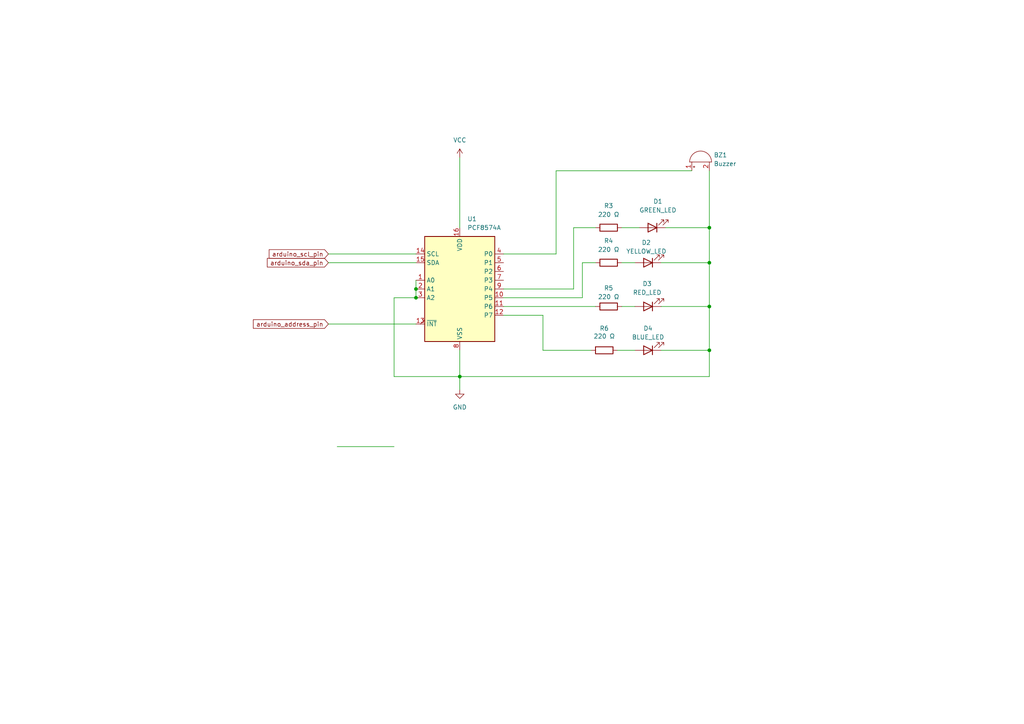
<source format=kicad_sch>
(kicad_sch (version 20231120) (generator "eeschema") (generator_version "8.0")
  (paper "A4")
  (lib_symbols
    (symbol "Device:Buzzer" (pin_names (offset 0.0254) hide)
      (property "Reference" "BZ" (at 3.81 1.27 0))
      (property "Value" "Buzzer" (at 3.81 -1.27 0))
      (symbol "Buzzer_0_1"
        (arc (start 0 -3.175) (mid 3.1612 0) (end 0 3.175))
        (polyline (pts (xy -1.651 1.905) (xy -1.143 1.905)))
        (polyline (pts (xy -1.397 2.159) (xy -1.397 1.651)))
        (polyline (pts (xy 0 3.175) (xy 0 -3.175)))
      )
      (symbol "Buzzer_1_1"
        (pin passive line (at -2.54 2.54 0) (length 2.54) (name "+") (number "1"))
        (pin passive line (at -2.54 -2.54 0) (length 2.54) (name "-") (number "2"))
      )
    )
    (symbol "Device:LED" (pin_numbers hide) (pin_names (offset 1.016) hide)
      (property "Reference" "D" (at 0 2.54 0))
      (property "Value" "LED" (at 0 -2.54 0))
      (symbol "LED_0_1"
        (polyline (pts (xy -1.27 -1.27) (xy -1.27 1.27)) (stroke (width 0.254)))
        (polyline (pts (xy -1.27 0) (xy 1.27 0)))
        (polyline (pts (xy 1.27 -1.27) (xy 1.27 1.27) (xy -1.27 0) (xy 1.27 -1.27)) (stroke (width 0.254)))
        (polyline (pts (xy -3.048 -0.762) (xy -4.572 -2.286) (xy -3.81 -2.286) (xy -4.572 -2.286) (xy -4.572 -1.524)))
        (polyline (pts (xy -1.778 -0.762) (xy -3.302 -2.286) (xy -2.54 -2.286) (xy -3.302 -2.286) (xy -3.302 -1.524)))
      )
      (symbol "LED_1_1"
        (pin passive line (at -3.81 0 0) (length 2.54) (name "K") (number "1"))
        (pin passive line (at 3.81 0 180) (length 2.54) (name "A") (number "2"))
      )
    )
    (symbol "Device:R" (pin_numbers hide) (pin_names (offset 0))
      (property "Reference" "R" (at 2.032 0 90))
      (property "Value" "R" (at 0 0 90))
      (symbol "R_0_1"
        (rectangle (start -1.016 -2.54) (end 1.016 2.54) (stroke (width 0.254)))
      )
      (symbol "R_1_1"
        (pin passive line (at 0 3.81 270) (length 1.27) (name "~") (number "1"))
        (pin passive line (at 0 -3.81 90) (length 1.27) (name "~") (number "2"))
      )
    )
    (symbol "Interface_Expansion:PCF8574"
      (property "Reference" "U" (at -8.89 16.51 0))
      (property "Value" "PCF8574" (at 2.54 16.51 0))
      (symbol "PCF8574_0_1"
        (rectangle (start -10.16 15.24) (end 10.16 -15.24) (stroke (width 0.254)) (fill (type background)))
      )
      (symbol "PCF8574_1_1"
        (pin input line (at -12.7 2.54 0) (length 2.54) (name "A0") (number "1"))
        (pin bidirectional line (at 12.7 -2.54 180) (length 2.54) (name "P5") (number "10"))
        (pin bidirectional line (at 12.7 -5.08 180) (length 2.54) (name "P6") (number "11"))
        (pin bidirectional line (at 12.7 -7.62 180) (length 2.54) (name "P7") (number "12"))
        (pin open_collector output_low (at -12.7 -10.16 0) (length 2.54) (name "~{INT}") (number "13"))
        (pin input line (at -12.7 10.16 0) (length 2.54) (name "SCL") (number "14"))
        (pin bidirectional line (at -12.7 7.62 0) (length 2.54) (name "SDA") (number "15"))
        (pin power_in line (at 0 17.78 270) (length 2.54) (name "VDD") (number "16"))
        (pin input line (at -12.7 0 0) (length 2.54) (name "A1") (number "2"))
        (pin input line (at -12.7 -2.54 0) (length 2.54) (name "A2") (number "3"))
        (pin bidirectional line (at 12.7 10.16 180) (length 2.54) (name "P0") (number "4"))
        (pin bidirectional line (at 12.7 7.62 180) (length 2.54) (name "P1") (number "5"))
        (pin bidirectional line (at 12.7 5.08 180) (length 2.54) (name "P2") (number "6"))
        (pin bidirectional line (at 12.7 2.54 180) (length 2.54) (name "P3") (number "7"))
        (pin power_in line (at 0 -17.78 90) (length 2.54) (name "VSS") (number "8"))
        (pin bidirectional line (at 12.7 0 180) (length 2.54) (name "P4") (number "9"))
      )
    )
    (symbol "power:GND" (power) (pin_numbers hide) (pin_names (offset 0) hide)
      (property "Value" "GND" (at 0 -3.81 0))
      (symbol "GND_0_1"
        (polyline (pts (xy 0 0) (xy 0 -1.27) (xy 1.27 -1.27) (xy 0 -2.54) (xy -1.27 -1.27) (xy 0 -1.27)))
      )
      (symbol "GND_1_1"
        (pin power_in line (at 0 0 270) (length 0) (name "~") (number "1"))
      )
    )
    (symbol "power:VCC" (power) (pin_numbers hide) (pin_names (offset 0) hide)
      (property "Value" "VCC" (at 0 3.556 0))
      (symbol "VCC_0_1"
        (polyline (pts (xy -0.762 1.27) (xy 0 2.54)))
        (polyline (pts (xy 0 0) (xy 0 2.54)))
        (polyline (pts (xy 0 2.54) (xy 0.762 1.27)))
      )
      (symbol "VCC_1_1"
        (pin power_in line (at 0 0 90) (length 0) (name "~") (number "1"))
      )
    )
  )
  (junction (at 120.65 83.82))
  (junction (at 120.65 86.36))
  (junction (at 205.74 88.9))
  (junction (at 205.74 76.2))
  (junction (at 205.74 66.04))
  (junction (at 133.35 109.22))
  (junction (at 205.74 101.6))
  (wire (pts (xy 205.74 109.22) (xy 133.35 109.22)))
  (wire (pts (xy 180.34 88.9) (xy 184.15 88.9)))
  (wire (pts (xy 97.79 129.54) (xy 114.3 129.54)))
  (wire (pts (xy 205.74 101.6) (xy 205.74 109.22)))
  (wire (pts (xy 193.04 66.04) (xy 205.74 66.04)))
  (wire (pts (xy 146.05 83.82) (xy 166.37 83.82)))
  (wire (pts (xy 95.25 93.98) (xy 120.65 93.98)))
  (wire (pts (xy 120.65 81.28) (xy 120.65 83.82)))
  (wire (pts (xy 161.29 73.66) (xy 146.05 73.66)))
  (wire (pts (xy 95.25 73.66) (xy 120.65 73.66)))
  (wire (pts (xy 95.25 76.2) (xy 120.65 76.2)))
  (wire (pts (xy 180.34 66.04) (xy 185.42 66.04)))
  (wire (pts (xy 180.34 76.2) (xy 184.15 76.2)))
  (wire (pts (xy 205.74 66.04) (xy 205.74 76.2)))
  (wire (pts (xy 166.37 66.04) (xy 172.72 66.04)))
  (wire (pts (xy 120.65 83.82) (xy 120.65 86.36)))
  (wire (pts (xy 133.35 101.6) (xy 133.35 109.22)))
  (wire (pts (xy 157.48 91.44) (xy 146.05 91.44)))
  (wire (pts (xy 157.48 101.6) (xy 171.45 101.6)))
  (wire (pts (xy 168.91 76.2) (xy 168.91 86.36)))
  (wire (pts (xy 114.3 109.22) (xy 133.35 109.22)))
  (wire (pts (xy 146.05 88.9) (xy 172.72 88.9)))
  (wire (pts (xy 133.35 45.72) (xy 133.35 66.04)))
  (wire (pts (xy 166.37 66.04) (xy 166.37 83.82)))
  (wire (pts (xy 161.29 49.53) (xy 161.29 73.66)))
  (wire (pts (xy 114.3 86.36) (xy 114.3 109.22)))
  (wire (pts (xy 114.3 86.36) (xy 120.65 86.36)))
  (wire (pts (xy 200.66 49.53) (xy 161.29 49.53)))
  (wire (pts (xy 205.74 49.53) (xy 205.74 66.04)))
  (wire (pts (xy 205.74 101.6) (xy 191.77 101.6)))
  (wire (pts (xy 168.91 76.2) (xy 172.72 76.2)))
  (wire (pts (xy 133.35 109.22) (xy 133.35 113.03)))
  (wire (pts (xy 191.77 88.9) (xy 205.74 88.9)))
  (wire (pts (xy 205.74 88.9) (xy 205.74 101.6)))
  (wire (pts (xy 168.91 86.36) (xy 146.05 86.36)))
  (wire (pts (xy 205.74 76.2) (xy 205.74 88.9)))
  (wire (pts (xy 179.07 101.6) (xy 184.15 101.6)))
  (wire (pts (xy 191.77 76.2) (xy 205.74 76.2)))
  (wire (pts (xy 157.48 101.6) (xy 157.48 91.44)))
  (global_label "arduino_sda_pin" (shape input) (at 95.25 76.2 180) (property "Intersheetrefs" "${INTERSHEET_REFS}" (effects (hide yes))))
  (global_label "arduino_address_pin" (shape input) (at 95.25 93.98 180) (property "Intersheetrefs" "${INTERSHEET_REFS}" (effects (hide yes))))
  (global_label "arduino_scl_pin" (shape input) (at 95.25 73.66 180) (property "Intersheetrefs" "${INTERSHEET_REFS}" (effects (hide yes))))
  (symbol (lib_id "power:VCC") (at 133.35 45.72 0) (unit 1)
    (property "Reference" "#PWR05" (effects (hide yes)))
    (property "Value" "VCC" (at 133.35 40.64 0))
    (property "Description" "Power symbol creates a global label with name \"VCC\"" (effects (hide yes)))
  )
  (symbol (lib_id "Device:R") (at 176.53 88.9 90) (unit 1)
    (property "Reference" "R5" (at 176.53 83.566 90))
    (property "Value" "220 Ω" (at 176.53 86.106 90))
    (property "Description" "Resistor" (effects (hide yes)))
  )
  (symbol (lib_id "power:GND") (at 133.35 113.03 0) (unit 1)
    (property "Reference" "#PWR04" (effects (hide yes)))
    (property "Value" "GND" (at 133.35 118.11 0))
    (property "Description" "Power symbol creates a global label with name \"GND\" , ground" (effects (hide yes)))
  )
  (symbol (lib_id "Device:LED") (at 187.96 88.9 180) (unit 1)
    (property "Reference" "D3" (at 187.706 82.296 0))
    (property "Value" "RED_LED" (at 187.706 84.836 0))
    (property "Description" "Light emitting diode" (effects (hide yes)))
  )
  (symbol (lib_id "Interface_Expansion:PCF8574") (at 133.35 83.82 0) (unit 1)
    (property "Reference" "U1" (at 135.5441 63.5 0) (effects (justify left)))
    (property "Value" "PCF8574A" (at 135.5441 66.04 0) (effects (justify left)))
    (property "Datasheet" "http://www.nxp.com/docs/en/data-sheet/PCF8574_PCF8574A.pdf" (effects (hide yes)))
    (property "Description" "8 Bit Port/Expander to I2C Bus, DIP/SOIC-16" (effects (hide yes)))
  )
  (symbol (lib_id "Device:R") (at 176.53 66.04 90) (unit 1)
    (property "Reference" "R3" (at 176.53 59.69 90))
    (property "Value" "220 Ω" (at 176.53 62.23 90))
    (property "Description" "Resistor" (effects (hide yes)))
  )
  (symbol (lib_id "Device:LED") (at 187.96 76.2 180) (unit 1)
    (property "Reference" "D2" (at 187.452 70.358 0))
    (property "Value" "YELLOW_LED" (at 187.452 72.898 0))
    (property "Description" "Light emitting diode" (effects (hide yes)))
  )
  (symbol (lib_id "Device:LED") (at 189.23 66.04 180) (unit 1)
    (property "Reference" "D1" (at 190.8175 58.42 0))
    (property "Value" "GREEN_LED" (at 190.8175 60.96 0))
    (property "Description" "Light emitting diode" (effects (hide yes)))
  )
  (symbol (lib_id "Device:LED") (at 187.96 101.6 180) (unit 1)
    (property "Reference" "D4" (at 187.96 95.25 0))
    (property "Value" "BLUE_LED" (at 187.96 97.79 0))
    (property "Description" "Light emitting diode" (effects (hide yes)))
  )
  (symbol (lib_id "Device:R") (at 176.53 76.2 90) (unit 1)
    (property "Reference" "R4" (at 176.53 69.85 90))
    (property "Value" "220 Ω" (at 176.53 72.39 90))
    (property "Description" "Resistor" (effects (hide yes)))
  )
  (symbol (lib_id "Device:Buzzer") (at 203.2 46.99 90) (unit 1)
    (property "Reference" "BZ1" (at 207.01 44.9648 90) (effects (justify right)))
    (property "Value" "Buzzer" (at 207.01 47.5048 90) (effects (justify right)))
    (property "Description" "Buzzer, polarized" (effects (hide yes)))
  )
  (symbol (lib_id "Device:R") (at 175.26 101.6 90) (unit 1)
    (property "Reference" "R6" (at 175.26 95.25 90))
    (property "Value" "220 Ω" (at 175.26 97.536 90))
    (property "Description" "Resistor" (effects (hide yes)))
  )
)
</source>
